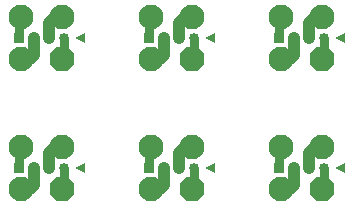
<source format=gbr>
G04 EasyPC Gerber Version 20.0.2 Build 4112 *
%FSLAX35Y35*%
%MOIN*%
%AMT133*0 Octagon Pad at angle 0*4,1,8,-0.01712,-0.04134,0.01712,-0.04134,0.04134,-0.01712,0.04134,0.01712,0.01712,0.04134,-0.01712,0.04134,-0.04134,0.01712,-0.04134,-0.01712,-0.01712,-0.04134,0*%
%ADD133T133*%
%ADD131R,0.03346X0.03346*%
%ADD123C,0.03150*%
%ADD132C,0.03346*%
%ADD29C,0.03937*%
%ADD20C,0.08268*%
%AMT134*0 Triangle Pad at angle 90*4,1,3,0.01673,-0.01673,0.01673,0.01673,-0.01673,0.00000,0.01673,-0.01673,0*%
%ADD134T134*%
X0Y0D02*
D02*
D20*
X8969Y8992D03*
Y22772D03*
Y52299D03*
Y66079D03*
X22748Y22772D03*
Y66079D03*
X52276Y8992D03*
Y22772D03*
Y52299D03*
Y66079D03*
X66055Y22772D03*
Y66079D03*
X95583Y8992D03*
Y22772D03*
Y52299D03*
Y66079D03*
X109362Y22772D03*
Y66079D03*
D02*
D29*
X8358Y22161D02*
X8969Y22772D01*
X8358Y65469D02*
X8969Y66079D01*
Y8992D02*
X11969D01*
X13358Y10382*
Y15882*
X8969Y52299D02*
X11969D01*
X13358Y53689*
Y59189*
X22748Y22772D02*
X20248D01*
X18358Y20882*
Y15882*
X22748Y66079D02*
X20248D01*
X18358Y64189*
Y59189*
X51665Y22161D02*
X52276Y22772D01*
X51665Y65469D02*
X52276Y66079D01*
Y8992D02*
X55276D01*
X56665Y10382*
Y15882*
X52276Y52299D02*
X55276D01*
X56665Y53689*
Y59189*
X66055Y22772D02*
X63555D01*
X61665Y20882*
Y15882*
X66055Y66079D02*
X63555D01*
X61665Y64189*
Y59189*
X94972Y22161D02*
X95583Y22772D01*
X94972Y65469D02*
X95583Y66079D01*
Y8992D02*
X98583D01*
X99972Y10382*
Y15882*
X95583Y52299D02*
X98583D01*
X99972Y53689*
Y59189*
X109362Y22772D02*
X106862D01*
X104972Y20882*
Y15882*
X109362Y66079D02*
X106862D01*
X104972Y64189*
Y59189*
D02*
D123*
X8358Y15882D02*
Y22161D01*
Y59189D02*
Y65469D01*
X23358Y15882D02*
Y9602D01*
X22748Y8992*
X23358Y59189D02*
Y52909D01*
X22748Y52299*
X51665Y15882D02*
Y22161D01*
Y59189D02*
Y65469D01*
X66665Y15882D02*
Y9602D01*
X66055Y8992*
X66665Y59189D02*
Y52909D01*
X66055Y52299*
X94972Y15882D02*
Y22161D01*
Y59189D02*
Y65469D01*
X109972Y15882D02*
Y9602D01*
X109362Y8992*
X109972Y59189D02*
Y52909D01*
X109362Y52299*
D02*
D131*
X8358Y15882D03*
Y59189D03*
X51665Y15882D03*
Y59189D03*
X94972Y15882D03*
Y59189D03*
D02*
D132*
X13358Y15882D03*
Y59189D03*
X18358Y15882D03*
Y59189D03*
X23358Y15882D03*
Y59189D03*
X56665Y15882D03*
Y59189D03*
X61665Y15882D03*
Y59189D03*
X66665Y15882D03*
Y59189D03*
X99972Y15882D03*
Y59189D03*
X104972Y15882D03*
Y59189D03*
X109972Y15882D03*
Y59189D03*
D02*
D133*
X22748Y8992D03*
Y52299D03*
X66055Y8992D03*
Y52299D03*
X109362Y8992D03*
Y52299D03*
D02*
D134*
X28858Y15882D03*
Y59189D03*
X72165Y15882D03*
Y59189D03*
X115472Y15882D03*
Y59189D03*
X0Y0D02*
M02*

</source>
